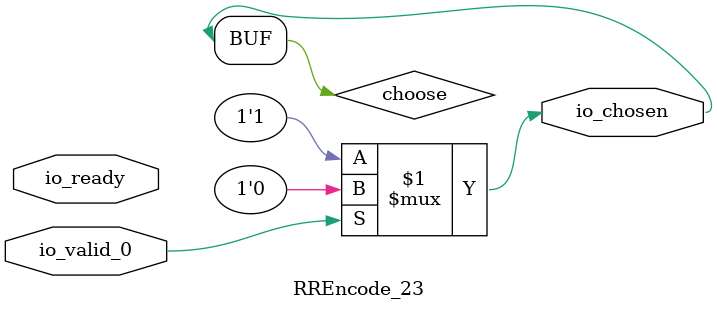
<source format=v>
module RREncode_23(
    input  io_valid_0,
    output io_chosen,
    input  io_ready);
  wire choose;
  assign io_chosen = choose;
  assign choose = io_valid_0 ? 1'h0 : 1'h1;
endmodule
</source>
